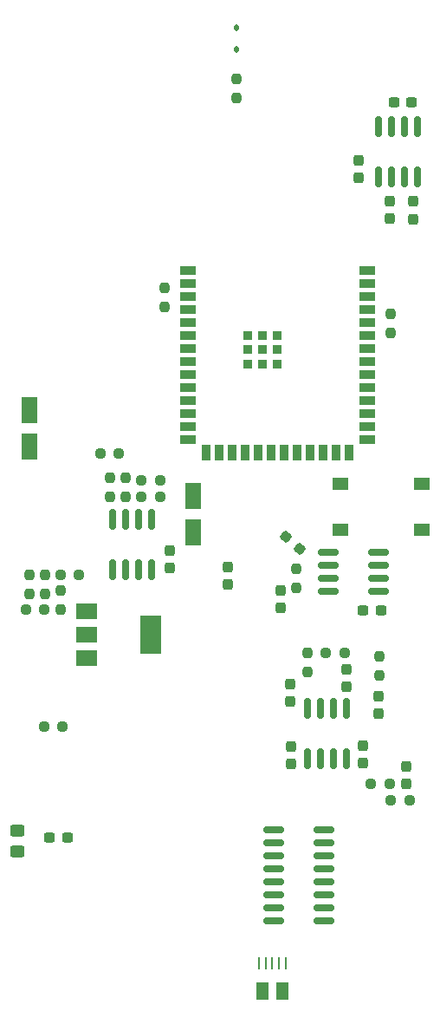
<source format=gbr>
G04 #@! TF.GenerationSoftware,KiCad,Pcbnew,7.0.9*
G04 #@! TF.CreationDate,2023-12-29T22:16:46-05:00*
G04 #@! TF.ProjectId,MEAP_Rev3b,4d454150-5f52-4657-9633-622e6b696361,rev?*
G04 #@! TF.SameCoordinates,Original*
G04 #@! TF.FileFunction,Paste,Top*
G04 #@! TF.FilePolarity,Positive*
%FSLAX46Y46*%
G04 Gerber Fmt 4.6, Leading zero omitted, Abs format (unit mm)*
G04 Created by KiCad (PCBNEW 7.0.9) date 2023-12-29 22:16:46*
%MOMM*%
%LPD*%
G01*
G04 APERTURE LIST*
G04 Aperture macros list*
%AMRoundRect*
0 Rectangle with rounded corners*
0 $1 Rounding radius*
0 $2 $3 $4 $5 $6 $7 $8 $9 X,Y pos of 4 corners*
0 Add a 4 corners polygon primitive as box body*
4,1,4,$2,$3,$4,$5,$6,$7,$8,$9,$2,$3,0*
0 Add four circle primitives for the rounded corners*
1,1,$1+$1,$2,$3*
1,1,$1+$1,$4,$5*
1,1,$1+$1,$6,$7*
1,1,$1+$1,$8,$9*
0 Add four rect primitives between the rounded corners*
20,1,$1+$1,$2,$3,$4,$5,0*
20,1,$1+$1,$4,$5,$6,$7,0*
20,1,$1+$1,$6,$7,$8,$9,0*
20,1,$1+$1,$8,$9,$2,$3,0*%
G04 Aperture macros list end*
%ADD10RoundRect,0.237500X-0.237500X0.300000X-0.237500X-0.300000X0.237500X-0.300000X0.237500X0.300000X0*%
%ADD11RoundRect,0.237500X0.300000X0.237500X-0.300000X0.237500X-0.300000X-0.237500X0.300000X-0.237500X0*%
%ADD12RoundRect,0.237500X0.237500X-0.300000X0.237500X0.300000X-0.237500X0.300000X-0.237500X-0.300000X0*%
%ADD13R,2.000000X1.500000*%
%ADD14R,2.000000X3.800000*%
%ADD15RoundRect,0.237500X0.250000X0.237500X-0.250000X0.237500X-0.250000X-0.237500X0.250000X-0.237500X0*%
%ADD16RoundRect,0.150000X-0.150000X0.825000X-0.150000X-0.825000X0.150000X-0.825000X0.150000X0.825000X0*%
%ADD17RoundRect,0.237500X0.344173X0.021239X-0.038849X0.342632X-0.344173X-0.021239X0.038849X-0.342632X0*%
%ADD18RoundRect,0.237500X0.237500X-0.250000X0.237500X0.250000X-0.237500X0.250000X-0.237500X-0.250000X0*%
%ADD19RoundRect,0.150000X-0.825000X-0.150000X0.825000X-0.150000X0.825000X0.150000X-0.825000X0.150000X0*%
%ADD20RoundRect,0.250000X-0.550000X1.050000X-0.550000X-1.050000X0.550000X-1.050000X0.550000X1.050000X0*%
%ADD21RoundRect,0.237500X-0.300000X-0.237500X0.300000X-0.237500X0.300000X0.237500X-0.300000X0.237500X0*%
%ADD22R,1.500000X0.900000*%
%ADD23R,0.900000X1.500000*%
%ADD24R,0.900000X0.900000*%
%ADD25RoundRect,0.237500X-0.237500X0.250000X-0.237500X-0.250000X0.237500X-0.250000X0.237500X0.250000X0*%
%ADD26RoundRect,0.237500X-0.250000X-0.237500X0.250000X-0.237500X0.250000X0.237500X-0.250000X0.237500X0*%
%ADD27R,1.550000X1.300000*%
%ADD28R,0.200000X1.150000*%
%ADD29R,1.300000X1.700000*%
%ADD30RoundRect,0.250000X0.450000X-0.325000X0.450000X0.325000X-0.450000X0.325000X-0.450000X-0.325000X0*%
%ADD31RoundRect,0.112500X0.112500X-0.187500X0.112500X0.187500X-0.112500X0.187500X-0.112500X-0.187500X0*%
G04 APERTURE END LIST*
D10*
X38640000Y-86507500D03*
X38640000Y-88232500D03*
D11*
X16830000Y-101530000D03*
X15105000Y-101530000D03*
D12*
X44147500Y-86797502D03*
X44147500Y-85072502D03*
D13*
X18680000Y-79420000D03*
X18680000Y-81720000D03*
X18680000Y-84020000D03*
D14*
X24980000Y-81720000D03*
D15*
X48306999Y-96266001D03*
X46481999Y-96266001D03*
D16*
X51085000Y-32055000D03*
X49815000Y-32055000D03*
X48545000Y-32055000D03*
X47275000Y-32055000D03*
X47275000Y-37005000D03*
X48545000Y-37005000D03*
X49815000Y-37005000D03*
X51085000Y-37005000D03*
D17*
X39560001Y-73330002D03*
X38161969Y-72156914D03*
D12*
X32540000Y-76812500D03*
X32540000Y-75087500D03*
D18*
X48400000Y-52242500D03*
X48400000Y-50417500D03*
D10*
X48360000Y-39360000D03*
X48360000Y-41085000D03*
D16*
X25069998Y-70409997D03*
X23799998Y-70409997D03*
X22529998Y-70409997D03*
X21259998Y-70409997D03*
X21259998Y-75359997D03*
X22529998Y-75359997D03*
X23799998Y-75359997D03*
X25069998Y-75359997D03*
D19*
X42300000Y-73670000D03*
X42300000Y-74940000D03*
X42300000Y-76210000D03*
X42300000Y-77480000D03*
X47250000Y-77480000D03*
X47250000Y-76210000D03*
X47250000Y-74940000D03*
X47250000Y-73670000D03*
D12*
X45700001Y-94267501D03*
X45700001Y-92542501D03*
D18*
X47290000Y-85672500D03*
X47290000Y-83847500D03*
D20*
X29120000Y-68150000D03*
X29120000Y-71750000D03*
D21*
X45737500Y-79320000D03*
X47462500Y-79320000D03*
D12*
X47280000Y-89450000D03*
X47280000Y-87725000D03*
D22*
X28650000Y-46170000D03*
X28650000Y-47440000D03*
X28650000Y-48710000D03*
X28650000Y-49980000D03*
X28650000Y-51250000D03*
X28650000Y-52520000D03*
X28650000Y-53790000D03*
X28650000Y-55060000D03*
X28650000Y-56330000D03*
X28650000Y-57600000D03*
X28650000Y-58870000D03*
X28650000Y-60140000D03*
X28650000Y-61410000D03*
X28650000Y-62680000D03*
D23*
X30415000Y-63930000D03*
X31685000Y-63930000D03*
X32955000Y-63930000D03*
X34225000Y-63930000D03*
X35495000Y-63930000D03*
X36765000Y-63930000D03*
X38035000Y-63930000D03*
X39305000Y-63930000D03*
X40575000Y-63930000D03*
X41845000Y-63930000D03*
X43115000Y-63930000D03*
X44385000Y-63930000D03*
D22*
X46150000Y-62680000D03*
X46150000Y-61410000D03*
X46150000Y-60140000D03*
X46150000Y-58870000D03*
X46150000Y-57600000D03*
X46150000Y-56330000D03*
X46150000Y-55060000D03*
X46150000Y-53790000D03*
X46150000Y-52520000D03*
X46150000Y-51250000D03*
X46150000Y-49980000D03*
X46150000Y-48710000D03*
X46150000Y-47440000D03*
X46150000Y-46170000D03*
D24*
X34500000Y-52490000D03*
X34500000Y-53890000D03*
X34500000Y-55290000D03*
X34500000Y-55290000D03*
X35900000Y-52490000D03*
X35900000Y-52490000D03*
X35900000Y-53890000D03*
X35900000Y-55290000D03*
X37300000Y-52490000D03*
X37300000Y-53890000D03*
X37300000Y-55290000D03*
D18*
X13090000Y-77705000D03*
X13090000Y-75880000D03*
X22514999Y-68244995D03*
X22514999Y-66419995D03*
D15*
X17965000Y-75862502D03*
X16140000Y-75862502D03*
D25*
X14609998Y-75867501D03*
X14609998Y-77692501D03*
D10*
X45260000Y-35360000D03*
X45260000Y-37085000D03*
D25*
X40270000Y-83487500D03*
X40270000Y-85312500D03*
D19*
X36970000Y-100720000D03*
X36970000Y-101990000D03*
X36970000Y-103260000D03*
X36970000Y-104530000D03*
X36970000Y-105800000D03*
X36970000Y-107070000D03*
X36970000Y-108340000D03*
X36970000Y-109610000D03*
X41920000Y-109610000D03*
X41920000Y-108340000D03*
X41920000Y-107070000D03*
X41920000Y-105800000D03*
X41920000Y-104530000D03*
X41920000Y-103260000D03*
X41920000Y-101990000D03*
X41920000Y-100720000D03*
D21*
X48770000Y-29750000D03*
X50495000Y-29750000D03*
D26*
X48425002Y-97875001D03*
X50250002Y-97875001D03*
D18*
X33330000Y-29292500D03*
X33330000Y-27467500D03*
D10*
X26810001Y-73464999D03*
X26810001Y-75189999D03*
D12*
X50660001Y-41135001D03*
X50660001Y-39410001D03*
D20*
X13150000Y-59740000D03*
X13150000Y-63340000D03*
D25*
X20994999Y-66414999D03*
X20994999Y-68239999D03*
D26*
X20027500Y-64040000D03*
X21852500Y-64040000D03*
D27*
X51475000Y-71460000D03*
X43525000Y-71460000D03*
X51475000Y-66960000D03*
X43525000Y-66960000D03*
D25*
X16139998Y-77392502D03*
X16139998Y-79217502D03*
D12*
X38689999Y-94315001D03*
X38689999Y-92590001D03*
D16*
X44100000Y-88905000D03*
X42830000Y-88905000D03*
X41560000Y-88905000D03*
X40290000Y-88905000D03*
X40290000Y-93855000D03*
X41560000Y-93855000D03*
X42830000Y-93855000D03*
X44100000Y-93855000D03*
D28*
X35569999Y-113792000D03*
X36219999Y-113792000D03*
X36869999Y-113792000D03*
X37519999Y-113792000D03*
X38169999Y-113792000D03*
D29*
X35869999Y-116492000D03*
X37869999Y-116492000D03*
D15*
X43930001Y-83500001D03*
X42105001Y-83500001D03*
D25*
X39220000Y-75277500D03*
X39220000Y-77102500D03*
D26*
X24075001Y-66630001D03*
X25900001Y-66630001D03*
D30*
X11969998Y-102869999D03*
X11969998Y-100819999D03*
D10*
X49950000Y-94550000D03*
X49950000Y-96275000D03*
D26*
X12757500Y-79232503D03*
X14582500Y-79232503D03*
D25*
X26340000Y-47857500D03*
X26340000Y-49682500D03*
D10*
X37670000Y-77397500D03*
X37670000Y-79122500D03*
D26*
X14545000Y-90690000D03*
X16370000Y-90690000D03*
D15*
X25879996Y-68219998D03*
X24054996Y-68219998D03*
D31*
X33330000Y-24537500D03*
X33330000Y-22437500D03*
M02*

</source>
